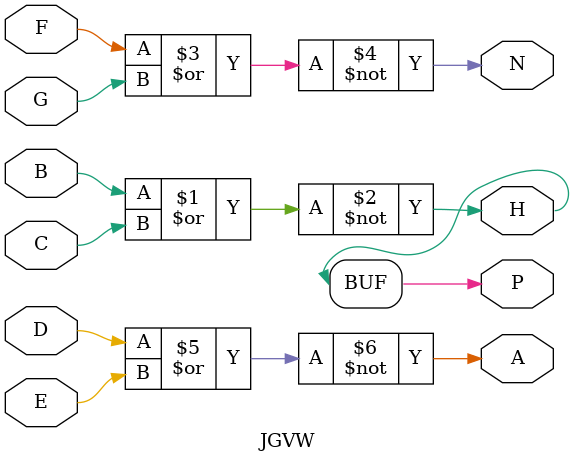
<source format=v>
module JGVW ( B, C, P, H, F, G, N, D, E, A );
//            T  T  P  U  T  T  U  T  T  U
  input B, C, F, G, D, E;
  output P, H, N, A;

  // CTDL high speed - two way "AND" PNP two loads: -A
  // Drawing 729870, production drawing 371581

  // Any input up, the transistor is off, the output is down
  // All inputs down, the transistor is on, the output is up
  // Max Delay usec  CTDL
  //  turn on        0.50
  //  turn off       0.80

  assign H = ~(B | C);
  assign P = H;

  assign N = ~(F | G);

  assign A = ~(D | E);

endmodule

</source>
